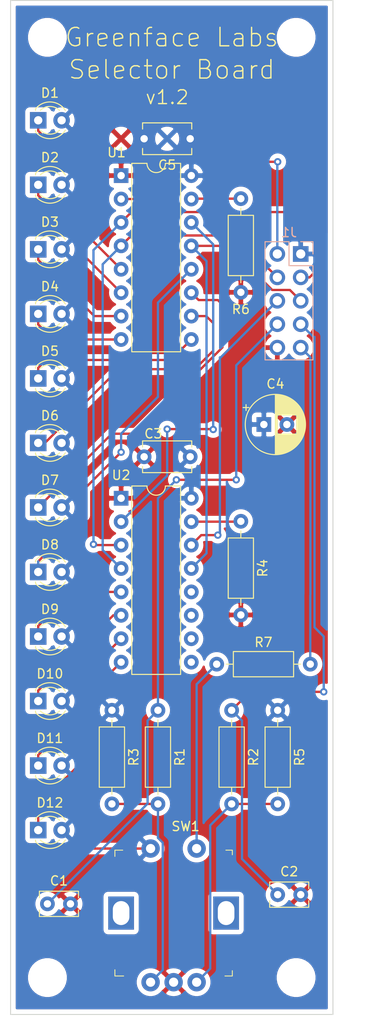
<source format=kicad_pcb>
(kicad_pcb (version 20171130) (host pcbnew "(5.1.2)-1")
  (layers (0 F.Cu signal) (31 B.Cu signal) (34 B.Paste user) (35 F.Paste user) (36 B.SilkS user) (37 F.SilkS user) (38 B.Mask user) (39 F.Mask user) (44 Edge.Cuts user))
  (net 0 "")
  (net 1 "Net-(C1-Pad1)")
  (net 2 GND)
  (net 3 "Net-(C2-Pad1)")
  (net 4 +5V)
  (net 5 "Net-(D1-Pad1)")
  (net 6 "Net-(D2-Pad1)")
  (net 7 "Net-(D3-Pad1)")
  (net 8 "Net-(D4-Pad1)")
  (net 9 "Net-(D5-Pad1)")
  (net 10 "Net-(D6-Pad1)")
  (net 11 "Net-(D7-Pad1)")
  (net 12 "Net-(D8-Pad1)")
  (net 13 "Net-(D9-Pad1)")
  (net 14 "Net-(D10-Pad1)")
  (net 15 "Net-(D11-Pad1)")
  (net 16 "Net-(D12-Pad1)")
  (net 17 "Net-(J1-Pad2)")
  (net 18 "Net-(J1-Pad3)")
  (net 19 "Net-(J1-Pad4)")
  (net 20 "Net-(J1-Pad5)")
  (net 21 "Net-(J1-Pad6)")
  (net 22 "Net-(J1-Pad9)")
  (net 23 "Net-(R4-Pad1)")
  (net 24 "Net-(R6-Pad1)")
  (net 25 "Net-(U1-Pad14)")
  (net 26 "Net-(U2-Pad12)")
  (net 27 "Net-(U2-Pad11)")
  (net 28 "Net-(U2-Pad10)")
  (net 29 "Net-(U2-Pad9)")
  (net 30 "Net-(R1-Pad2)")
  (net 31 "Net-(R2-Pad2)")
  (net 32 "Net-(R7-Pad1)")
  (module Capacitor_THT:C_Rect_L4.0mm_W2.5mm_P2.50mm (layer F.Cu) (at 64 158)
    (fp_text reference C1 (at 1.25 -2.5) (layer F.SilkS))
    (fp_text value .01uF)
    (pad 2 thru_hole circle (at 2.5 0) (size 1.6 1.6) (drill 0.8) (layers *.Cu *.Mask) (net 2 GND))
    (pad 1 thru_hole circle (at 0 0) (size 1.6 1.6) (drill 0.8) (layers *.Cu *.Mask) (net 1 "Net-(C1-Pad1)"))
  )
  (module Capacitor_THT:C_Rect_L4.0mm_W2.5mm_P2.50mm (layer F.Cu) (at 89 157)
    (fp_text reference C2 (at 1.25 -2.5) (layer F.SilkS))
    (fp_text value .01uF)
    (pad 1 thru_hole circle (at 0 0) (size 1.6 1.6) (drill 0.8) (layers *.Cu *.Mask) (net 3 "Net-(C2-Pad1)"))
    (pad 2 thru_hole circle (at 2.5 0) (size 1.6 1.6) (drill 0.8) (layers *.Cu *.Mask) (net 2 GND))
  )
  (module LED_THT:LED_D3.0mm (layer F.Cu) (at 63 73)
    (fp_text reference D1 (at 1.27 -2.96) (layer F.SilkS))
    (fp_text value "Red LED")
    (pad 1 thru_hole rect (at 0 0) (size 1.8 1.8) (drill 0.9) (layers *.Cu *.Mask) (net 5 "Net-(D1-Pad1)"))
    (pad 2 thru_hole circle (at 2.54 0) (size 1.8 1.8) (drill 0.9) (layers *.Cu *.Mask) (net 4 +5V))
  )
  (module LED_THT:LED_D3.0mm (layer F.Cu) (at 63 80)
    (fp_text reference D2 (at 1.27 -2.96) (layer F.SilkS))
    (fp_text value "Red LED")
    (pad 2 thru_hole circle (at 2.54 0) (size 1.8 1.8) (drill 0.9) (layers *.Cu *.Mask) (net 4 +5V))
    (pad 1 thru_hole rect (at 0 0) (size 1.8 1.8) (drill 0.9) (layers *.Cu *.Mask) (net 6 "Net-(D2-Pad1)"))
  )
  (module LED_THT:LED_D3.0mm (layer F.Cu) (at 63 87)
    (fp_text reference D3 (at 1.27 -2.96) (layer F.SilkS))
    (fp_text value "Red LED")
    (pad 2 thru_hole circle (at 2.54 0) (size 1.8 1.8) (drill 0.9) (layers *.Cu *.Mask) (net 4 +5V))
    (pad 1 thru_hole rect (at 0 0) (size 1.8 1.8) (drill 0.9) (layers *.Cu *.Mask) (net 7 "Net-(D3-Pad1)"))
  )
  (module LED_THT:LED_D3.0mm (layer F.Cu) (at 63 94)
    (fp_text reference D4 (at 1.27 -2.96) (layer F.SilkS))
    (fp_text value "Red LED")
    (pad 1 thru_hole rect (at 0 0) (size 1.8 1.8) (drill 0.9) (layers *.Cu *.Mask) (net 8 "Net-(D4-Pad1)"))
    (pad 2 thru_hole circle (at 2.54 0) (size 1.8 1.8) (drill 0.9) (layers *.Cu *.Mask) (net 4 +5V))
  )
  (module LED_THT:LED_D3.0mm (layer F.Cu) (at 63 101)
    (fp_text reference D5 (at 1.27 -2.96) (layer F.SilkS))
    (fp_text value "Red LED")
    (pad 2 thru_hole circle (at 2.54 0) (size 1.8 1.8) (drill 0.9) (layers *.Cu *.Mask) (net 4 +5V))
    (pad 1 thru_hole rect (at 0 0) (size 1.8 1.8) (drill 0.9) (layers *.Cu *.Mask) (net 9 "Net-(D5-Pad1)"))
  )
  (module LED_THT:LED_D3.0mm (layer F.Cu) (at 63 108)
    (fp_text reference D6 (at 1.27 -2.96) (layer F.SilkS))
    (fp_text value "Red LED")
    (pad 1 thru_hole rect (at 0 0) (size 1.8 1.8) (drill 0.9) (layers *.Cu *.Mask) (net 10 "Net-(D6-Pad1)"))
    (pad 2 thru_hole circle (at 2.54 0) (size 1.8 1.8) (drill 0.9) (layers *.Cu *.Mask) (net 4 +5V))
  )
  (module LED_THT:LED_D3.0mm (layer F.Cu) (at 63 115)
    (fp_text reference D7 (at 1.27 -2.96) (layer F.SilkS))
    (fp_text value "Red LED")
    (pad 2 thru_hole circle (at 2.54 0) (size 1.8 1.8) (drill 0.9) (layers *.Cu *.Mask) (net 4 +5V))
    (pad 1 thru_hole rect (at 0 0) (size 1.8 1.8) (drill 0.9) (layers *.Cu *.Mask) (net 11 "Net-(D7-Pad1)"))
  )
  (module LED_THT:LED_D3.0mm (layer F.Cu) (at 63 122)
    (fp_text reference D8 (at 1.27 -2.96) (layer F.SilkS))
    (fp_text value "Red LED")
    (pad 1 thru_hole rect (at 0 0) (size 1.8 1.8) (drill 0.9) (layers *.Cu *.Mask) (net 12 "Net-(D8-Pad1)"))
    (pad 2 thru_hole circle (at 2.54 0) (size 1.8 1.8) (drill 0.9) (layers *.Cu *.Mask) (net 4 +5V))
  )
  (module LED_THT:LED_D3.0mm (layer F.Cu) (at 63 129)
    (fp_text reference D9 (at 1.27 -2.96) (layer F.SilkS))
    (fp_text value "Red LED")
    (pad 2 thru_hole circle (at 2.54 0) (size 1.8 1.8) (drill 0.9) (layers *.Cu *.Mask) (net 4 +5V))
    (pad 1 thru_hole rect (at 0 0) (size 1.8 1.8) (drill 0.9) (layers *.Cu *.Mask) (net 13 "Net-(D9-Pad1)"))
  )
  (module LED_THT:LED_D3.0mm (layer F.Cu) (at 63 136)
    (fp_text reference D10 (at 1.27 -2.96) (layer F.SilkS))
    (fp_text value "Red LED")
    (pad 1 thru_hole rect (at 0 0) (size 1.8 1.8) (drill 0.9) (layers *.Cu *.Mask) (net 14 "Net-(D10-Pad1)"))
    (pad 2 thru_hole circle (at 2.54 0) (size 1.8 1.8) (drill 0.9) (layers *.Cu *.Mask) (net 4 +5V))
  )
  (module LED_THT:LED_D3.0mm (layer F.Cu) (at 63 143)
    (fp_text reference D11 (at 1.27 -2.96) (layer F.SilkS))
    (fp_text value "Red LED")
    (pad 2 thru_hole circle (at 2.54 0) (size 1.8 1.8) (drill 0.9) (layers *.Cu *.Mask) (net 4 +5V))
    (pad 1 thru_hole rect (at 0 0) (size 1.8 1.8) (drill 0.9) (layers *.Cu *.Mask) (net 15 "Net-(D11-Pad1)"))
  )
  (module LED_THT:LED_D3.0mm (layer F.Cu) (at 63 150)
    (fp_text reference D12 (at 1.27 -2.96) (layer F.SilkS))
    (fp_text value "Red LED")
    (pad 1 thru_hole rect (at 0 0) (size 1.8 1.8) (drill 0.9) (layers *.Cu *.Mask) (net 16 "Net-(D12-Pad1)"))
    (pad 2 thru_hole circle (at 2.54 0) (size 1.8 1.8) (drill 0.9) (layers *.Cu *.Mask) (net 4 +5V))
  )
  (module MountingHole:MountingHole_3.2mm_M3 (layer F.Cu) (at 64 64)
    (fp_text reference H1 (at 0 0) (layer F.SilkS))
    (fp_text value MountingHole)
    (pad 1 np_thru_hole circle (at 0 0) (size 3.2 3.2) (drill 3.2) (layers *.Cu *.Mask))
  )
  (module MountingHole:MountingHole_3.2mm_M3 (layer F.Cu) (at 91 64)
    (fp_text reference H2 (at 0 0) (layer F.SilkS))
    (fp_text value MountingHole)
    (pad 1 np_thru_hole circle (at 0 0) (size 3.2 3.2) (drill 3.2) (layers *.Cu *.Mask))
  )
  (module MountingHole:MountingHole_3.2mm_M3 (layer F.Cu) (at 64 166)
    (fp_text reference H3 (at 0 0) (layer F.SilkS))
    (fp_text value MountingHole)
    (pad 1 np_thru_hole circle (at 0 0) (size 3.2 3.2) (drill 3.2) (layers *.Cu *.Mask))
  )
  (module MountingHole:MountingHole_3.2mm_M3 (layer F.Cu) (at 91 166)
    (fp_text reference H4 (at 0 0) (layer F.SilkS))
    (fp_text value MountingHole)
    (pad 1 np_thru_hole circle (at 0 0) (size 3.2 3.2) (drill 3.2) (layers *.Cu *.Mask))
  )
  (module Resistor_THT:R_Axial_DIN0207_L6.3mm_D2.5mm_P10.16mm_Horizontal (layer F.Cu) (at 76 137 270)
    (fp_text reference R1 (at 5.08 -2.37 90) (layer F.SilkS))
    (fp_text value 10K)
    (pad 2 thru_hole oval (at 10.16 0 270) (size 1.6 1.6) (drill 0.8) (layers *.Cu *.Mask) (net 30 "Net-(R1-Pad2)"))
    (pad 1 thru_hole circle (at 0 0 270) (size 1.6 1.6) (drill 0.8) (layers *.Cu *.Mask) (net 1 "Net-(C1-Pad1)"))
  )
  (module Resistor_THT:R_Axial_DIN0207_L6.3mm_D2.5mm_P10.16mm_Horizontal (layer F.Cu) (at 84 137 270)
    (fp_text reference R2 (at 5.08 -2.37 90) (layer F.SilkS))
    (fp_text value 10K)
    (pad 1 thru_hole circle (at 0 0 270) (size 1.6 1.6) (drill 0.8) (layers *.Cu *.Mask) (net 3 "Net-(C2-Pad1)"))
    (pad 2 thru_hole oval (at 10.16 0 270) (size 1.6 1.6) (drill 0.8) (layers *.Cu *.Mask) (net 31 "Net-(R2-Pad2)"))
  )
  (module Resistor_THT:R_Axial_DIN0207_L6.3mm_D2.5mm_P10.16mm_Horizontal (layer F.Cu) (at 71 137 270)
    (fp_text reference R3 (at 5.08 -2.37 90) (layer F.SilkS))
    (fp_text value 10K)
    (pad 2 thru_hole oval (at 10.16 0 270) (size 1.6 1.6) (drill 0.8) (layers *.Cu *.Mask) (net 30 "Net-(R1-Pad2)"))
    (pad 1 thru_hole circle (at 0 0 270) (size 1.6 1.6) (drill 0.8) (layers *.Cu *.Mask) (net 4 +5V))
  )
  (module Resistor_THT:R_Axial_DIN0207_L6.3mm_D2.5mm_P10.16mm_Horizontal (layer F.Cu) (at 85 116.5 270)
    (fp_text reference R4 (at 5.08 -2.37 90) (layer F.SilkS))
    (fp_text value 2.2K)
    (pad 2 thru_hole oval (at 10.16 0 270) (size 1.6 1.6) (drill 0.8) (layers *.Cu *.Mask) (net 2 GND))
    (pad 1 thru_hole circle (at 0 0 270) (size 1.6 1.6) (drill 0.8) (layers *.Cu *.Mask) (net 23 "Net-(R4-Pad1)"))
  )
  (module Resistor_THT:R_Axial_DIN0207_L6.3mm_D2.5mm_P10.16mm_Horizontal (layer F.Cu) (at 89 137 270)
    (fp_text reference R5 (at 5.08 -2.37 90) (layer F.SilkS))
    (fp_text value 10K)
    (pad 1 thru_hole circle (at 0 0 270) (size 1.6 1.6) (drill 0.8) (layers *.Cu *.Mask) (net 4 +5V))
    (pad 2 thru_hole oval (at 10.16 0 270) (size 1.6 1.6) (drill 0.8) (layers *.Cu *.Mask) (net 31 "Net-(R2-Pad2)"))
  )
  (module Resistor_THT:R_Axial_DIN0207_L6.3mm_D2.5mm_P10.16mm_Horizontal (layer F.Cu) (at 85 81.5 270)
    (fp_text reference R6 (at 12 0 180) (layer F.SilkS))
    (fp_text value 2.2K)
    (pad 1 thru_hole circle (at 0 0 270) (size 1.6 1.6) (drill 0.8) (layers *.Cu *.Mask) (net 24 "Net-(R6-Pad1)"))
    (pad 2 thru_hole oval (at 10.16 0 270) (size 1.6 1.6) (drill 0.8) (layers *.Cu *.Mask) (net 2 GND))
  )
  (module digikey-footprints:Rotary_Encoder_Switched_PEC11R (layer F.Cu) (at 72 159)
    (fp_text reference SW1 (at 7 -9.4) (layer F.SilkS))
    (fp_text value PEC11R)
    (pad 3 thru_hole rect (at 0 0) (size 2.8 3.6) (drill oval 1.8 2.6) (layers *.Cu *.Mask))
    (pad 3 thru_hole rect (at 11.4 0) (size 2.8 3.6) (drill oval 1.8 2.6) (layers *.Cu *.Mask))
    (pad 1 thru_hole circle (at 3.2 -7) (size 2 2) (drill 1) (layers *.Cu *.Mask) (net 4 +5V))
    (pad 2 thru_hole circle (at 8.2 -7) (size 2 2) (drill 1) (layers *.Cu *.Mask) (net 32 "Net-(R7-Pad1)"))
    (pad A thru_hole circle (at 3.2 7.5) (size 2 2) (drill 1) (layers *.Cu *.Mask) (net 30 "Net-(R1-Pad2)"))
    (pad C thru_hole circle (at 5.7 7.5) (size 2 2) (drill 1) (layers *.Cu *.Mask) (net 2 GND))
    (pad B thru_hole circle (at 8.2 7.5) (size 2 2) (drill 1) (layers *.Cu *.Mask) (net 31 "Net-(R2-Pad2)"))
  )
  (module Package_DIP:DIP-16_W7.62mm (layer F.Cu) (at 72 79)
    (fp_text reference U1 (at -0.5 -2.5) (layer F.SilkS))
    (fp_text value TLC5916)
    (pad 16 thru_hole oval (at 7.62 0) (size 1.6 1.6) (drill 0.8) (layers *.Cu *.Mask) (net 4 +5V))
    (pad 8 thru_hole oval (at 0 17.78) (size 1.6 1.6) (drill 0.8) (layers *.Cu *.Mask) (net 8 "Net-(D4-Pad1)"))
    (pad 15 thru_hole oval (at 7.62 2.54) (size 1.6 1.6) (drill 0.8) (layers *.Cu *.Mask) (net 24 "Net-(R6-Pad1)"))
    (pad 7 thru_hole oval (at 0 15.24) (size 1.6 1.6) (drill 0.8) (layers *.Cu *.Mask) (net 7 "Net-(D3-Pad1)"))
    (pad 14 thru_hole oval (at 7.62 5.08) (size 1.6 1.6) (drill 0.8) (layers *.Cu *.Mask) (net 25 "Net-(U1-Pad14)"))
    (pad 6 thru_hole oval (at 0 12.7) (size 1.6 1.6) (drill 0.8) (layers *.Cu *.Mask) (net 6 "Net-(D2-Pad1)"))
    (pad 13 thru_hole oval (at 7.62 7.62) (size 1.6 1.6) (drill 0.8) (layers *.Cu *.Mask) (net 20 "Net-(J1-Pad5)"))
    (pad 5 thru_hole oval (at 0 10.16) (size 1.6 1.6) (drill 0.8) (layers *.Cu *.Mask) (net 5 "Net-(D1-Pad1)"))
    (pad 12 thru_hole oval (at 7.62 10.16) (size 1.6 1.6) (drill 0.8) (layers *.Cu *.Mask) (net 12 "Net-(D8-Pad1)"))
    (pad 4 thru_hole oval (at 0 7.62) (size 1.6 1.6) (drill 0.8) (layers *.Cu *.Mask) (net 19 "Net-(J1-Pad4)"))
    (pad 11 thru_hole oval (at 7.62 12.7) (size 1.6 1.6) (drill 0.8) (layers *.Cu *.Mask) (net 11 "Net-(D7-Pad1)"))
    (pad 3 thru_hole oval (at 0 5.08) (size 1.6 1.6) (drill 0.8) (layers *.Cu *.Mask) (net 18 "Net-(J1-Pad3)"))
    (pad 10 thru_hole oval (at 7.62 15.24) (size 1.6 1.6) (drill 0.8) (layers *.Cu *.Mask) (net 10 "Net-(D6-Pad1)"))
    (pad 2 thru_hole oval (at 0 2.54) (size 1.6 1.6) (drill 0.8) (layers *.Cu *.Mask) (net 17 "Net-(J1-Pad2)"))
    (pad 9 thru_hole oval (at 7.62 17.78) (size 1.6 1.6) (drill 0.8) (layers *.Cu *.Mask) (net 9 "Net-(D5-Pad1)"))
    (pad 1 thru_hole rect (at 0 0) (size 1.6 1.6) (drill 0.8) (layers *.Cu *.Mask) (net 2 GND))
  )
  (module Package_DIP:DIP-16_W7.62mm (layer F.Cu) (at 72 114)
    (fp_text reference U2 (at 0 -2.5) (layer F.SilkS))
    (fp_text value TLC5916)
    (pad 1 thru_hole rect (at 0 0) (size 1.6 1.6) (drill 0.8) (layers *.Cu *.Mask) (net 2 GND))
    (pad 9 thru_hole oval (at 7.62 17.78) (size 1.6 1.6) (drill 0.8) (layers *.Cu *.Mask) (net 29 "Net-(U2-Pad9)"))
    (pad 2 thru_hole oval (at 0 2.54) (size 1.6 1.6) (drill 0.8) (layers *.Cu *.Mask) (net 25 "Net-(U1-Pad14)"))
    (pad 10 thru_hole oval (at 7.62 15.24) (size 1.6 1.6) (drill 0.8) (layers *.Cu *.Mask) (net 28 "Net-(U2-Pad10)"))
    (pad 3 thru_hole oval (at 0 5.08) (size 1.6 1.6) (drill 0.8) (layers *.Cu *.Mask) (net 18 "Net-(J1-Pad3)"))
    (pad 11 thru_hole oval (at 7.62 12.7) (size 1.6 1.6) (drill 0.8) (layers *.Cu *.Mask) (net 27 "Net-(U2-Pad11)"))
    (pad 4 thru_hole oval (at 0 7.62) (size 1.6 1.6) (drill 0.8) (layers *.Cu *.Mask) (net 19 "Net-(J1-Pad4)"))
    (pad 12 thru_hole oval (at 7.62 10.16) (size 1.6 1.6) (drill 0.8) (layers *.Cu *.Mask) (net 26 "Net-(U2-Pad12)"))
    (pad 5 thru_hole oval (at 0 10.16) (size 1.6 1.6) (drill 0.8) (layers *.Cu *.Mask) (net 13 "Net-(D9-Pad1)"))
    (pad 13 thru_hole oval (at 7.62 7.62) (size 1.6 1.6) (drill 0.8) (layers *.Cu *.Mask) (net 20 "Net-(J1-Pad5)"))
    (pad 6 thru_hole oval (at 0 12.7) (size 1.6 1.6) (drill 0.8) (layers *.Cu *.Mask) (net 14 "Net-(D10-Pad1)"))
    (pad 14 thru_hole oval (at 7.62 5.08) (size 1.6 1.6) (drill 0.8) (layers *.Cu *.Mask) (net 21 "Net-(J1-Pad6)"))
    (pad 7 thru_hole oval (at 0 15.24) (size 1.6 1.6) (drill 0.8) (layers *.Cu *.Mask) (net 15 "Net-(D11-Pad1)"))
    (pad 15 thru_hole oval (at 7.62 2.54) (size 1.6 1.6) (drill 0.8) (layers *.Cu *.Mask) (net 23 "Net-(R4-Pad1)"))
    (pad 8 thru_hole oval (at 0 17.78) (size 1.6 1.6) (drill 0.8) (layers *.Cu *.Mask) (net 16 "Net-(D12-Pad1)"))
    (pad 16 thru_hole oval (at 7.62 0) (size 1.6 1.6) (drill 0.8) (layers *.Cu *.Mask) (net 4 +5V))
  )
  (module Connector_PinHeader_2.54mm:PinHeader_2x05_P2.54mm_Vertical (layer B.Cu) (at 91.5 87.5 180)
    (fp_text reference J1 (at 1.27 2.33) (layer B.SilkS) (effects (justify mirror)))
    (fp_text value Conn_02x05_Odd_Even)
    (pad 1 thru_hole rect (at 0 0 180) (size 1.7 1.7) (drill 1) (layers *.Cu *.Mask) (net 4 +5V))
    (pad 2 thru_hole oval (at 2.54 0 180) (size 1.7 1.7) (drill 1) (layers *.Cu *.Mask) (net 17 "Net-(J1-Pad2)"))
    (pad 3 thru_hole oval (at 0 -2.54 180) (size 1.7 1.7) (drill 1) (layers *.Cu *.Mask) (net 18 "Net-(J1-Pad3)"))
    (pad 4 thru_hole oval (at 2.54 -2.54 180) (size 1.7 1.7) (drill 1) (layers *.Cu *.Mask) (net 19 "Net-(J1-Pad4)"))
    (pad 5 thru_hole oval (at 0 -5.08 180) (size 1.7 1.7) (drill 1) (layers *.Cu *.Mask) (net 20 "Net-(J1-Pad5)"))
    (pad 6 thru_hole oval (at 2.54 -5.08 180) (size 1.7 1.7) (drill 1) (layers *.Cu *.Mask) (net 21 "Net-(J1-Pad6)"))
    (pad 7 thru_hole oval (at 0 -7.62 180) (size 1.7 1.7) (drill 1) (layers *.Cu *.Mask) (net 3 "Net-(C2-Pad1)"))
    (pad 8 thru_hole oval (at 2.54 -7.62 180) (size 1.7 1.7) (drill 1) (layers *.Cu *.Mask) (net 1 "Net-(C1-Pad1)"))
    (pad 9 thru_hole oval (at 0 -10.16 180) (size 1.7 1.7) (drill 1) (layers *.Cu *.Mask) (net 22 "Net-(J1-Pad9)"))
    (pad 10 thru_hole oval (at 2.54 -10.16 180) (size 1.7 1.7) (drill 1) (layers *.Cu *.Mask) (net 2 GND))
  )
  (module Capacitor_THT:C_Disc_D5.1mm_W3.2mm_P5.00mm (layer F.Cu) (at 79.5 109.5 180)
    (fp_text reference C3 (at 4 2.5) (layer F.SilkS))
    (fp_text value .1uF)
    (pad 2 thru_hole circle (at 5 0 180) (size 1.6 1.6) (drill 0.8) (layers *.Cu *.Mask) (net 2 GND))
    (pad 1 thru_hole circle (at 0 0 180) (size 1.6 1.6) (drill 0.8) (layers *.Cu *.Mask) (net 4 +5V))
  )
  (module Capacitor_THT:C_Disc_D5.1mm_W3.2mm_P5.00mm (layer F.Cu) (at 79.5 75 180)
    (fp_text reference C5 (at 2.5 -2.85) (layer F.SilkS))
    (fp_text value .1uF)
    (pad 1 thru_hole circle (at 0 0 180) (size 1.6 1.6) (drill 0.8) (layers *.Cu *.Mask) (net 4 +5V))
    (pad 2 thru_hole circle (at 5 0 180) (size 1.6 1.6) (drill 0.8) (layers *.Cu *.Mask) (net 2 GND))
  )
  (module Capacitor_THT:CP_Radial_D6.3mm_P2.50mm (layer F.Cu) (at 87.5 106)
    (fp_text reference C4 (at 1.25 -4.4) (layer F.SilkS))
    (fp_text value 47uF)
    (pad 1 thru_hole rect (at 0 0) (size 1.6 1.6) (drill 0.8) (layers *.Cu *.Mask) (net 4 +5V))
    (pad 2 thru_hole circle (at 2.5 0) (size 1.6 1.6) (drill 0.8) (layers *.Cu *.Mask) (net 2 GND))
  )
  (module Resistor_THT:R_Axial_DIN0207_L6.3mm_D2.5mm_P10.16mm_Horizontal (layer F.Cu) (at 82.377 132)
    (fp_text reference R7 (at 5.08 -2.37) (layer F.SilkS))
    (fp_text value 1K)
    (pad 1 thru_hole circle (at 0 0) (size 1.6 1.6) (drill 0.8) (layers *.Cu *.Mask) (net 32 "Net-(R7-Pad1)"))
    (pad 2 thru_hole oval (at 10.16 0) (size 1.6 1.6) (drill 0.8) (layers *.Cu *.Mask) (net 22 "Net-(J1-Pad9)"))
  )
  (gr_text v1.2 (at 77 70.5) (layer F.SilkS) (effects (font (size 1.5 1.5))))
  (gr_text "Selector Board" (at 77.5 67.5) (layer F.SilkS) (effects (font (size 2 2))))
  (gr_text "Greenface Labs" (at 77.5 64) (layer F.SilkS) (effects (font (size 2 2))))
  (gr_line (start 95 170) (end 60 170) (layer Edge.Cuts) (width 0.1))
  (gr_line (start 95 60) (end 95 170) (layer Edge.Cuts) (width 0.1))
  (gr_line (start 60 60) (end 95 60) (layer Edge.Cuts) (width 0.1))
  (gr_line (start 60 170) (end 60 60) (layer Edge.Cuts) (width 0.1))
  (segment (start 78 112) (end 78 112) (width 0.25) (layer F.Cu) (net 1))
  (via (at 78 112) (size 0.8) (drill 0.4) (layers F.Cu B.Cu) (net 1))
  (segment (start 76 114) (end 78 112) (width 0.25) (layer B.Cu) (net 1))
  (segment (start 76 137) (end 76 114) (width 0.25) (layer B.Cu) (net 1))
  (segment (start 88.96 95.12) (end 84.5 99.58) (width 0.25) (layer B.Cu) (net 1))
  (segment (start 84.5 99.58) (end 84.5 112) (width 0.25) (layer B.Cu) (net 1))
  (segment (start 84.5 112) (end 84.5 112) (width 0.25) (layer B.Cu) (net 1))
  (via (at 84.5 112) (size 0.8) (drill 0.4) (layers F.Cu B.Cu) (net 1))
  (segment (start 78 112) (end 84.5 112) (width 0.25) (layer F.Cu) (net 1))
  (segment (start 64.799999 157.200001) (end 64 158) (width 0.25) (layer B.Cu) (net 1))
  (segment (start 74.874999 147.125001) (end 64.799999 157.200001) (width 0.25) (layer B.Cu) (net 1))
  (segment (start 74.874999 138.125001) (end 74.874999 147.125001) (width 0.25) (layer B.Cu) (net 1))
  (segment (start 76 137) (end 74.874999 138.125001) (width 0.25) (layer B.Cu) (net 1))
  (segment (start 89 157.7) (end 89 157) (width 0.25) (layer F.Cu) (net 3))
  (segment (start 88.200001 156.200001) (end 89 157) (width 0.25) (layer B.Cu) (net 3))
  (segment (start 85.125001 153.125001) (end 88.200001 156.200001) (width 0.25) (layer B.Cu) (net 3))
  (segment (start 85.125001 138.125001) (end 85.125001 153.125001) (width 0.25) (layer B.Cu) (net 3))
  (segment (start 84 137) (end 85.125001 138.125001) (width 0.25) (layer B.Cu) (net 3))
  (segment (start 84 137) (end 86 135) (width 0.25) (layer F.Cu) (net 3))
  (segment (start 92.88 96.5) (end 91.5 95.12) (width 0.25) (layer B.Cu) (net 3))
  (segment (start 93 96.5) (end 92.88 96.5) (width 0.25) (layer B.Cu) (net 3))
  (segment (start 93 128) (end 93 96.5) (width 0.25) (layer B.Cu) (net 3))
  (segment (start 94 135) (end 94 135) (width 0.25) (layer B.Cu) (net 3))
  (segment (start 94 129) (end 93 128) (width 0.25) (layer B.Cu) (net 3))
  (segment (start 94 135) (end 94 129) (width 0.25) (layer B.Cu) (net 3))
  (via (at 94 135) (size 0.8) (drill 0.4) (layers F.Cu B.Cu) (net 3))
  (segment (start 86 135) (end 94 135) (width 0.25) (layer F.Cu) (net 3))
  (segment (start 67.54 152) (end 65.54 150) (width 0.25) (layer F.Cu) (net 4))
  (segment (start 75.2 152) (end 67.54 152) (width 0.25) (layer F.Cu) (net 4))
  (segment (start 63 74.15) (end 69 80.15) (width 0.25) (layer F.Cu) (net 5))
  (segment (start 63 73) (end 63 74.15) (width 0.25) (layer F.Cu) (net 5))
  (segment (start 69 86.16) (end 72 89.16) (width 0.25) (layer F.Cu) (net 5))
  (segment (start 69 80.15) (end 69 86.16) (width 0.25) (layer F.Cu) (net 5))
  (segment (start 63 81.15) (end 68 86.15) (width 0.25) (layer F.Cu) (net 6))
  (segment (start 63 80) (end 63 81.15) (width 0.25) (layer F.Cu) (net 6))
  (segment (start 68 87.7) (end 72 91.7) (width 0.25) (layer F.Cu) (net 6))
  (segment (start 68 86.15) (end 68 87.7) (width 0.25) (layer F.Cu) (net 6))
  (segment (start 70.86863 94.24) (end 72 94.24) (width 0.25) (layer F.Cu) (net 7))
  (segment (start 69.09 94.24) (end 70.86863 94.24) (width 0.25) (layer F.Cu) (net 7))
  (segment (start 63 88.15) (end 69.09 94.24) (width 0.25) (layer F.Cu) (net 7))
  (segment (start 63 87) (end 63 88.15) (width 0.25) (layer F.Cu) (net 7))
  (segment (start 70.86863 96.78) (end 72 96.78) (width 0.25) (layer F.Cu) (net 8))
  (segment (start 64.63 96.78) (end 70.86863 96.78) (width 0.25) (layer F.Cu) (net 8))
  (segment (start 63 95.15) (end 64.63 96.78) (width 0.25) (layer F.Cu) (net 8))
  (segment (start 63 94) (end 63 95.15) (width 0.25) (layer F.Cu) (net 8))
  (segment (start 63 99.85) (end 63.85 99) (width 0.25) (layer F.Cu) (net 9))
  (segment (start 63 101) (end 63 99.85) (width 0.25) (layer F.Cu) (net 9))
  (segment (start 77.4 99) (end 79.62 96.78) (width 0.25) (layer F.Cu) (net 9))
  (segment (start 63.85 99) (end 77.4 99) (width 0.25) (layer F.Cu) (net 9))
  (segment (start 63.726998 108) (end 71.726998 100) (width 0.25) (layer F.Cu) (net 10))
  (segment (start 63 108) (end 63.726998 108) (width 0.25) (layer F.Cu) (net 10))
  (segment (start 71.726998 100) (end 80 100) (width 0.25) (layer F.Cu) (net 10))
  (segment (start 79.62 94.24) (end 81.24 94.24) (width 0.25) (layer F.Cu) (net 10))
  (segment (start 81.24 94.24) (end 82 95) (width 0.25) (layer F.Cu) (net 10))
  (segment (start 82 95) (end 82 98) (width 0.25) (layer F.Cu) (net 10))
  (segment (start 82 98) (end 80 100) (width 0.25) (layer F.Cu) (net 10))
  (segment (start 80.419999 92.499999) (end 82.499999 92.499999) (width 0.25) (layer F.Cu) (net 11))
  (segment (start 79.62 91.7) (end 80.419999 92.499999) (width 0.25) (layer F.Cu) (net 11))
  (segment (start 82.499999 92.499999) (end 83 93) (width 0.25) (layer F.Cu) (net 11))
  (segment (start 83 93) (end 83 97.63641) (width 0.25) (layer F.Cu) (net 11))
  (segment (start 83 97.63641) (end 73.63641 107) (width 0.25) (layer F.Cu) (net 11))
  (segment (start 73.63641 107) (end 71 107) (width 0.25) (layer F.Cu) (net 11))
  (segment (start 71 107) (end 63 115) (width 0.25) (layer F.Cu) (net 11))
  (segment (start 79.62 89.16) (end 76 92.78) (width 0.25) (layer B.Cu) (net 12))
  (segment (start 76 92.78) (end 76 102) (width 0.25) (layer B.Cu) (net 12))
  (segment (start 63 120.85) (end 63 122) (width 0.25) (layer B.Cu) (net 12))
  (segment (start 76 102) (end 76 103) (width 0.25) (layer B.Cu) (net 12))
  (segment (start 76 103) (end 72 107) (width 0.25) (layer B.Cu) (net 12))
  (segment (start 72 107) (end 72 109) (width 0.25) (layer B.Cu) (net 12))
  (segment (start 63 120.85) (end 68 115.85) (width 0.25) (layer F.Cu) (net 12))
  (segment (start 63 122) (end 63 120.85) (width 0.25) (layer F.Cu) (net 12))
  (segment (start 68 115.85) (end 68 113) (width 0.25) (layer F.Cu) (net 12))
  (segment (start 68 113) (end 72 109) (width 0.25) (layer F.Cu) (net 12))
  (via (at 72 109) (size 0.8) (drill 0.4) (layers F.Cu B.Cu) (net 12))
  (segment (start 70.86863 124.16) (end 72 124.16) (width 0.25) (layer F.Cu) (net 13))
  (segment (start 66.69 124.16) (end 70.86863 124.16) (width 0.25) (layer F.Cu) (net 13))
  (segment (start 63 127.85) (end 66.69 124.16) (width 0.25) (layer F.Cu) (net 13))
  (segment (start 63 129) (end 63 127.85) (width 0.25) (layer F.Cu) (net 13))
  (segment (start 71.15 126.7) (end 72 126.7) (width 0.25) (layer F.Cu) (net 14))
  (segment (start 63 134.85) (end 71.15 126.7) (width 0.25) (layer F.Cu) (net 14))
  (segment (start 63 136) (end 63 134.85) (width 0.25) (layer F.Cu) (net 14))
  (segment (start 63 141.85) (end 68.5 136.35) (width 0.25) (layer F.Cu) (net 15))
  (segment (start 63 143) (end 63 141.85) (width 0.25) (layer F.Cu) (net 15))
  (segment (start 68.5 132.74) (end 72 129.24) (width 0.25) (layer F.Cu) (net 15))
  (segment (start 68.5 136.35) (end 68.5 132.74) (width 0.25) (layer F.Cu) (net 15))
  (segment (start 63 147.353002) (end 69.5 140.853002) (width 0.25) (layer F.Cu) (net 16))
  (segment (start 63 150) (end 63 147.353002) (width 0.25) (layer F.Cu) (net 16))
  (segment (start 69.5 134.28) (end 72 131.78) (width 0.25) (layer F.Cu) (net 16))
  (segment (start 69.5 140.853002) (end 69.5 134.28) (width 0.25) (layer F.Cu) (net 16))
  (segment (start 72 81.54) (end 73.96 81.54) (width 0.25) (layer F.Cu) (net 17))
  (segment (start 73.96 81.54) (end 78 77.5) (width 0.25) (layer F.Cu) (net 17))
  (segment (start 78 77.5) (end 89 77.5) (width 0.25) (layer F.Cu) (net 17))
  (segment (start 89 77.5) (end 89 77.5) (width 0.25) (layer F.Cu) (net 17))
  (via (at 89 77.5) (size 0.8) (drill 0.4) (layers F.Cu B.Cu) (net 17))
  (segment (start 88.96 77.54) (end 89 77.5) (width 0.25) (layer B.Cu) (net 17))
  (segment (start 88.96 87.5) (end 88.96 77.54) (width 0.25) (layer B.Cu) (net 17))
  (segment (start 72 84.08) (end 69 87.08) (width 0.25) (layer B.Cu) (net 18))
  (segment (start 69 87.08) (end 69 119) (width 0.25) (layer B.Cu) (net 18))
  (segment (start 69 119) (end 69 119) (width 0.25) (layer B.Cu) (net 18))
  (via (at 69 119) (size 0.8) (drill 0.4) (layers F.Cu B.Cu) (net 18))
  (segment (start 72 119.08) (end 69.08 119.08) (width 0.25) (layer F.Cu) (net 18))
  (segment (start 92.46 90.04) (end 91.5 90.04) (width 0.25) (layer F.Cu) (net 18))
  (segment (start 94 88.5) (end 92.46 90.04) (width 0.25) (layer F.Cu) (net 18))
  (segment (start 94 86) (end 94 88.5) (width 0.25) (layer F.Cu) (net 18))
  (segment (start 90.954999 82.954999) (end 94 86) (width 0.25) (layer F.Cu) (net 18))
  (segment (start 72 84.08) (end 73.125001 82.954999) (width 0.25) (layer F.Cu) (net 18))
  (segment (start 73.125001 82.954999) (end 90.954999 82.954999) (width 0.25) (layer F.Cu) (net 18))
  (segment (start 72 86.62) (end 70 88.62) (width 0.25) (layer B.Cu) (net 19))
  (segment (start 70 119.62) (end 72 121.62) (width 0.25) (layer B.Cu) (net 19))
  (segment (start 70 88.62) (end 70 119.62) (width 0.25) (layer B.Cu) (net 19))
  (segment (start 88.110001 89.190001) (end 88.96 90.04) (width 0.25) (layer F.Cu) (net 19))
  (segment (start 84.414999 85.494999) (end 88.110001 89.190001) (width 0.25) (layer F.Cu) (net 19))
  (segment (start 73.125001 85.494999) (end 84.414999 85.494999) (width 0.25) (layer F.Cu) (net 19))
  (segment (start 72 86.62) (end 73.125001 85.494999) (width 0.25) (layer F.Cu) (net 19))
  (segment (start 81.274999 119.965001) (end 79.62 121.62) (width 0.25) (layer B.Cu) (net 20))
  (segment (start 79.62 86.62) (end 81.274999 88.274999) (width 0.25) (layer B.Cu) (net 20))
  (segment (start 81.274999 88.274999) (end 81.274999 119.965001) (width 0.25) (layer B.Cu) (net 20))
  (segment (start 90.650001 91.730001) (end 91.5 92.58) (width 0.25) (layer F.Cu) (net 20))
  (segment (start 90.324999 91.404999) (end 90.650001 91.730001) (width 0.25) (layer F.Cu) (net 20))
  (segment (start 88.404999 91.404999) (end 90.324999 91.404999) (width 0.25) (layer F.Cu) (net 20))
  (segment (start 79.62 86.62) (end 83.62 86.62) (width 0.25) (layer F.Cu) (net 20))
  (segment (start 83.62 86.62) (end 88.404999 91.404999) (width 0.25) (layer F.Cu) (net 20))
  (segment (start 82.5 118) (end 82.5 118) (width 0.25) (layer B.Cu) (net 21))
  (via (at 82.5 118) (size 0.8) (drill 0.4) (layers F.Cu B.Cu) (net 21))
  (segment (start 80.7 118) (end 79.62 119.08) (width 0.25) (layer F.Cu) (net 21))
  (segment (start 82.5 118) (end 80.7 118) (width 0.25) (layer F.Cu) (net 21))
  (segment (start 82.725001 117.774999) (end 82.5 118) (width 0.25) (layer B.Cu) (net 21))
  (segment (start 82.814999 98.725001) (end 82.725001 98.725001) (width 0.25) (layer B.Cu) (net 21))
  (segment (start 88.96 92.58) (end 82.814999 98.725001) (width 0.25) (layer B.Cu) (net 21))
  (segment (start 82.725001 98.725001) (end 82.725001 117.774999) (width 0.25) (layer B.Cu) (net 21))
  (segment (start 92.54999 98.70999) (end 92.54999 124.45001) (width 0.25) (layer B.Cu) (net 22))
  (segment (start 91.5 97.66) (end 92.54999 98.70999) (width 0.25) (layer B.Cu) (net 22))
  (segment (start 92.537 132) (end 92.537 124.537) (width 0.25) (layer B.Cu) (net 22))
  (segment (start 84.96 116.54) (end 85 116.5) (width 0.25) (layer F.Cu) (net 23))
  (segment (start 79.62 116.54) (end 84.96 116.54) (width 0.25) (layer F.Cu) (net 23))
  (segment (start 79.66 81.5) (end 79.62 81.54) (width 0.25) (layer F.Cu) (net 24))
  (segment (start 85 81.5) (end 79.66 81.5) (width 0.25) (layer F.Cu) (net 24))
  (segment (start 82 86.46) (end 82 106.54) (width 0.25) (layer B.Cu) (net 25))
  (segment (start 79.62 84.08) (end 82 86.46) (width 0.25) (layer B.Cu) (net 25))
  (segment (start 82 106.54) (end 82 106.54) (width 0.25) (layer B.Cu) (net 25))
  (via (at 82 106.54) (size 0.8) (drill 0.4) (layers F.Cu B.Cu) (net 25))
  (segment (start 72 116.54) (end 77 111.54) (width 0.25) (layer B.Cu) (net 25))
  (segment (start 77 111.54) (end 77 106.5) (width 0.25) (layer B.Cu) (net 25))
  (segment (start 77 106.5) (end 77 106.5) (width 0.25) (layer B.Cu) (net 25))
  (via (at 77 106.5) (size 0.8) (drill 0.4) (layers F.Cu B.Cu) (net 25))
  (segment (start 81.96 106.5) (end 82 106.54) (width 0.25) (layer F.Cu) (net 25))
  (segment (start 77 106.5) (end 81.96 106.5) (width 0.25) (layer F.Cu) (net 25))
  (segment (start 76.199999 165.500001) (end 75.2 166.5) (width 0.25) (layer B.Cu) (net 30))
  (segment (start 76.525001 165.174999) (end 76.199999 165.500001) (width 0.25) (layer B.Cu) (net 30))
  (segment (start 76.525001 151.363999) (end 76.525001 165.174999) (width 0.25) (layer B.Cu) (net 30))
  (segment (start 76 150.838998) (end 76.525001 151.363999) (width 0.25) (layer B.Cu) (net 30))
  (segment (start 76 147.16) (end 76 150.838998) (width 0.25) (layer B.Cu) (net 30))
  (segment (start 71 147.16) (end 76 147.16) (width 0.25) (layer F.Cu) (net 30))
  (segment (start 81.199999 165.500001) (end 80.2 166.5) (width 0.25) (layer B.Cu) (net 31))
  (segment (start 81.674999 165.025001) (end 81.199999 165.500001) (width 0.25) (layer B.Cu) (net 31))
  (segment (start 81.674999 149.485001) (end 81.674999 165.025001) (width 0.25) (layer B.Cu) (net 31))
  (segment (start 84 147.16) (end 81.674999 149.485001) (width 0.25) (layer B.Cu) (net 31))
  (segment (start 84 147.16) (end 89 147.16) (width 0.25) (layer F.Cu) (net 31))
  (segment (start 80.2 134.177) (end 82.377 132) (width 0.25) (layer B.Cu) (net 32))
  (segment (start 80.2 151) (end 80.2 134.177) (width 0.25) (layer B.Cu) (net 32))
  (zone (net 2) (net_name GND) (layer F.Cu) (connect_pads (clearance 0.508)) (min_thickness 0.254) (fill yes (arc_segments 32) (thermal_gap 0.508) (thermal_bridge_width 0.508))
    (polygon (pts (xy 60 170) (xy 60 60) (xy 95 60) (xy 95 170)))
  )
  (zone (net 4) (net_name +5V) (layer B.Cu) (connect_pads (clearance 0.508)) (min_thickness 0.254) (fill yes (arc_segments 32) (thermal_gap 0.508) (thermal_bridge_width 0.508))
    (polygon (pts (xy 60 170) (xy 60 60) (xy 95 60) (xy 95 170)))
  )
)
</source>
